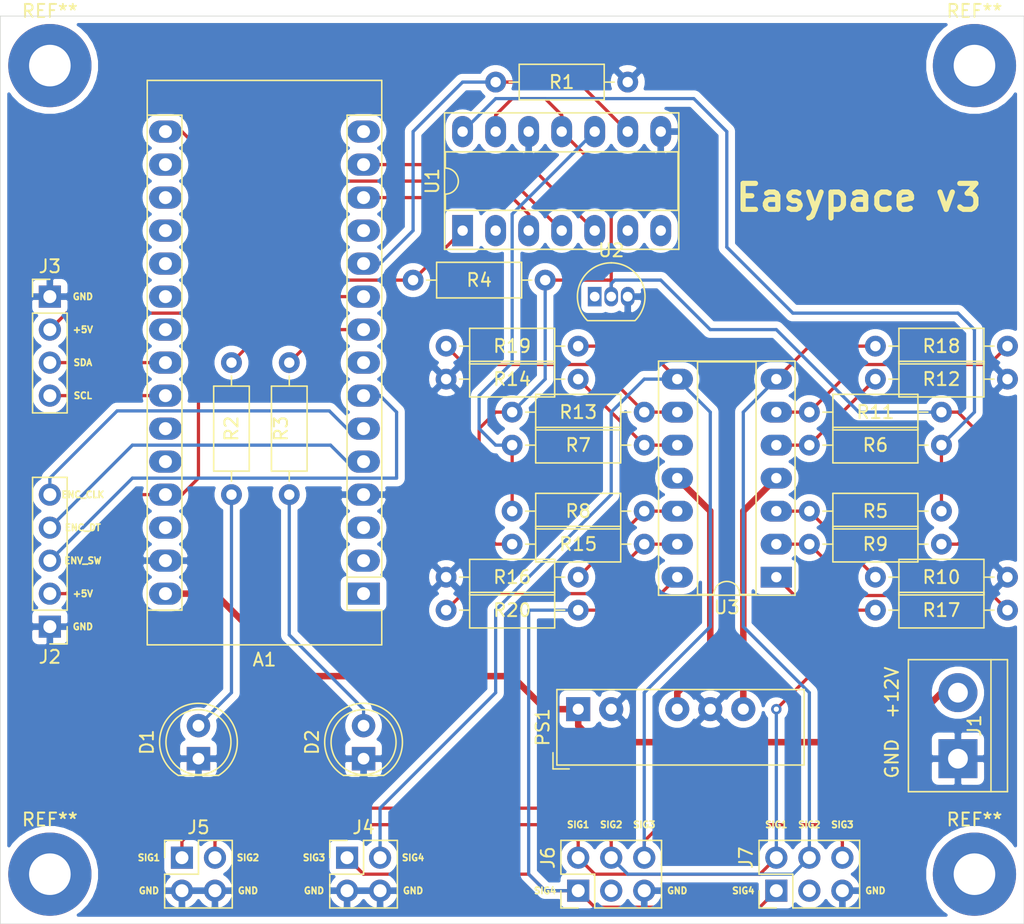
<source format=kicad_pcb>
(kicad_pcb (version 20171130) (host pcbnew "(5.1.7)-1")
  (layers (0 F.Cu signal) (31 B.Cu signal) (34 B.Paste user hide) (35 F.Paste user hide) (36 B.SilkS user hide) (37 F.SilkS user) (38 B.Mask user hide) (39 F.Mask user hide) (44 Edge.Cuts user))
  (net 0 "")
  (net 1 "Net-(A1-Pad1)")
  (net 2 "Net-(A1-Pad17)")
  (net 3 "Net-(A1-Pad2)")
  (net 4 "Net-(A1-Pad18)")
  (net 5 "Net-(A1-Pad3)")
  (net 6 "Net-(A1-Pad19)")
  (net 7 GND)
  (net 8 "Net-(A1-Pad20)")
  (net 9 /ENC_DT)
  (net 10 "Net-(A1-Pad21)")
  (net 11 /ENC_CLK)
  (net 12 "Net-(A1-Pad22)")
  (net 13 /ENC_SW)
  (net 14 /SDA)
  (net 15 "Net-(A1-Pad8)")
  (net 16 /SCL)
  (net 17 /LED2)
  (net 18 "Net-(A1-Pad25)")
  (net 19 /LED1)
  (net 20 "Net-(A1-Pad26)")
  (net 21 /SHDN)
  (net 22 +5V)
  (net 23 "Net-(A1-Pad12)")
  (net 24 "Net-(A1-Pad28)")
  (net 25 /CS)
  (net 26 /MOSI)
  (net 27 +12V)
  (net 28 "Net-(A1-Pad15)")
  (net 29 /CLK)
  (net 30 "Net-(D1-Pad2)")
  (net 31 "Net-(D2-Pad2)")
  (net 32 /SIG3)
  (net 33 /SIG4)
  (net 34 /SIG2)
  (net 35 /SIG1)
  (net 36 "Net-(J6-Pad3)")
  (net 37 "Net-(J7-Pad3)")
  (net 38 /-VCC)
  (net 39 /+VCC)
  (net 40 /VREF_2)
  (net 41 "Net-(R10-Pad2)")
  (net 42 /DAC1)
  (net 43 "Net-(R12-Pad2)")
  (net 44 /DAC2)
  (net 45 "Net-(R14-Pad2)")
  (net 46 "Net-(R16-Pad2)")
  (net 47 "Net-(R17-Pad2)")
  (net 48 "Net-(R11-Pad1)")
  (net 49 "Net-(R13-Pad1)")
  (net 50 "Net-(R15-Pad1)")
  (net 51 "Net-(U1-Pad2)")
  (net 52 "Net-(U1-Pad6)")
  (net 53 "Net-(U1-Pad7)")
  (module MountingHole:MountingHole_3.2mm_M3_Pad (layer F.Cu) (at 67.31 133.35)
    (fp_text reference REF** (at 0 -4.2) (layer F.SilkS))
    (fp_text value MountingHole_3.2mm_M3_Pad)
    (pad 1 thru_hole circle (at 0 0) (size 6.4 6.4) (drill 3.2) (layers *.Cu *.Mask))
  )
  (module MountingHole:MountingHole_3.2mm_M3_Pad (layer F.Cu) (at 138.43 133.35)
    (fp_text reference REF** (at 0 -4.2) (layer F.SilkS))
    (fp_text value MountingHole_3.2mm_M3_Pad)
    (pad 1 thru_hole circle (at 0 0) (size 6.4 6.4) (drill 3.2) (layers *.Cu *.Mask))
  )
  (module MountingHole:MountingHole_3.2mm_M3_Pad (layer F.Cu) (at 138.43 71.12)
    (fp_text reference REF** (at 0 -4.2) (layer F.SilkS))
    (fp_text value MountingHole_3.2mm_M3_Pad)
    (pad 1 thru_hole circle (at 0 0) (size 6.4 6.4) (drill 3.2) (layers *.Cu *.Mask))
  )
  (module MountingHole:MountingHole_3.2mm_M3_Pad (layer F.Cu) (at 67.31 71.12)
    (fp_text reference REF** (at 0 -4.2) (layer F.SilkS))
    (fp_text value MountingHole_3.2mm_M3_Pad)
    (pad 1 thru_hole circle (at 0 0) (size 6.4 6.4) (drill 3.2) (layers *.Cu *.Mask))
  )
  (module easypace_fps:Arduino_Nano (layer F.Cu) (at 91.44 111.76 180)
    (fp_text reference A1 (at 7.62 -5.08) (layer F.SilkS))
    (fp_text value Arduino_Nano_v3.x)
    (pad 1 thru_hole rect (at 0 0 180) (size 2.5 1.7) (drill 1) (layers *.Cu *.Mask) (net 1 "Net-(A1-Pad1)"))
    (pad 17 thru_hole oval (at 15.24 33.02 180) (size 2.5 1.7) (drill 1) (layers *.Cu *.Mask) (net 2 "Net-(A1-Pad17)"))
    (pad 2 thru_hole oval (at 0 2.54 180) (size 2.5 1.7) (drill 1) (layers *.Cu *.Mask) (net 3 "Net-(A1-Pad2)"))
    (pad 18 thru_hole oval (at 15.24 30.48 180) (size 2.5 1.7) (drill 1) (layers *.Cu *.Mask) (net 4 "Net-(A1-Pad18)"))
    (pad 3 thru_hole oval (at 0 5.08 180) (size 2.5 1.7) (drill 1) (layers *.Cu *.Mask) (net 5 "Net-(A1-Pad3)"))
    (pad 19 thru_hole oval (at 15.24 27.94 180) (size 2.5 1.7) (drill 1) (layers *.Cu *.Mask) (net 6 "Net-(A1-Pad19)"))
    (pad 4 thru_hole oval (at 0 7.62 180) (size 2.5 1.7) (drill 1) (layers *.Cu *.Mask) (net 7 GND))
    (pad 20 thru_hole oval (at 15.24 25.4 180) (size 2.5 1.7) (drill 1) (layers *.Cu *.Mask) (net 8 "Net-(A1-Pad20)"))
    (pad 5 thru_hole oval (at 0 10.16 180) (size 2.5 1.7) (drill 1) (layers *.Cu *.Mask) (net 9 /ENC_DT))
    (pad 21 thru_hole oval (at 15.24 22.86 180) (size 2.5 1.7) (drill 1) (layers *.Cu *.Mask) (net 10 "Net-(A1-Pad21)"))
    (pad 6 thru_hole oval (at 0 12.7 180) (size 2.5 1.7) (drill 1) (layers *.Cu *.Mask) (net 11 /ENC_CLK))
    (pad 22 thru_hole oval (at 15.24 20.32 180) (size 2.5 1.7) (drill 1) (layers *.Cu *.Mask) (net 12 "Net-(A1-Pad22)"))
    (pad 7 thru_hole oval (at 0 15.24 180) (size 2.5 1.7) (drill 1) (layers *.Cu *.Mask) (net 13 /ENC_SW))
    (pad 23 thru_hole oval (at 15.24 17.78 180) (size 2.5 1.7) (drill 1) (layers *.Cu *.Mask) (net 14 /SDA))
    (pad 8 thru_hole oval (at 0 17.78 180) (size 2.5 1.7) (drill 1) (layers *.Cu *.Mask) (net 15 "Net-(A1-Pad8)"))
    (pad 24 thru_hole oval (at 15.24 15.24 180) (size 2.5 1.7) (drill 1) (layers *.Cu *.Mask) (net 16 /SCL))
    (pad 9 thru_hole oval (at 0 20.32 180) (size 2.5 1.7) (drill 1) (layers *.Cu *.Mask) (net 17 /LED2))
    (pad 25 thru_hole oval (at 15.24 12.7 180) (size 2.5 1.7) (drill 1) (layers *.Cu *.Mask) (net 18 "Net-(A1-Pad25)"))
    (pad 10 thru_hole oval (at 0 22.86 180) (size 2.5 1.7) (drill 1) (layers *.Cu *.Mask) (net 19 /LED1))
    (pad 26 thru_hole oval (at 15.24 10.16 180) (size 2.5 1.7) (drill 1) (layers *.Cu *.Mask) (net 20 "Net-(A1-Pad26)"))
    (pad 11 thru_hole oval (at 0 25.4 180) (size 2.5 1.7) (drill 1) (layers *.Cu *.Mask) (net 21 /SHDN))
    (pad 27 thru_hole oval (at 15.24 7.62 180) (size 2.5 1.7) (drill 1) (layers *.Cu *.Mask) (net 22 +5V))
    (pad 12 thru_hole oval (at 0 27.94 180) (size 2.5 1.7) (drill 1) (layers *.Cu *.Mask) (net 23 "Net-(A1-Pad12)"))
    (pad 28 thru_hole oval (at 15.24 5.08 180) (size 2.5 1.7) (drill 1) (layers *.Cu *.Mask) (net 24 "Net-(A1-Pad28)"))
    (pad 13 thru_hole oval (at 0 30.48 180) (size 2.5 1.7) (drill 1) (layers *.Cu *.Mask) (net 25 /CS))
    (pad 29 thru_hole oval (at 15.24 2.54 180) (size 2.5 1.7) (drill 1) (layers *.Cu *.Mask) (net 7 GND))
    (pad 14 thru_hole oval (at 0 33.02 180) (size 2.5 1.7) (drill 1) (layers *.Cu *.Mask) (net 26 /MOSI))
    (pad 30 thru_hole oval (at 15.24 0 180) (size 2.5 1.7) (drill 1) (layers *.Cu *.Mask) (net 27 +12V))
    (pad 15 thru_hole oval (at 0 35.56 180) (size 2.5 1.7) (drill 1) (layers *.Cu *.Mask) (net 28 "Net-(A1-Pad15)"))
    (pad 16 thru_hole oval (at 15.24 35.56 180) (size 2.5 1.7) (drill 1) (layers *.Cu *.Mask) (net 29 /CLK))
  )
  (module LED_THT:LED_D5.0mm (layer F.Cu) (at 78.74 124.46 90)
    (fp_text reference D1 (at 1.27 -3.96 90) (layer F.SilkS))
    (fp_text value LED)
    (pad 2 thru_hole circle (at 2.54 0 90) (size 1.8 1.8) (drill 0.9) (layers *.Cu *.Mask) (net 30 "Net-(D1-Pad2)"))
    (pad 1 thru_hole rect (at 0 0 90) (size 1.8 1.8) (drill 0.9) (layers *.Cu *.Mask) (net 7 GND))
  )
  (module LED_THT:LED_D5.0mm (layer F.Cu) (at 91.44 124.46 90)
    (fp_text reference D2 (at 1.27 -3.96 90) (layer F.SilkS))
    (fp_text value LED)
    (pad 1 thru_hole rect (at 0 0 90) (size 1.8 1.8) (drill 0.9) (layers *.Cu *.Mask) (net 7 GND))
    (pad 2 thru_hole circle (at 2.54 0 90) (size 1.8 1.8) (drill 0.9) (layers *.Cu *.Mask) (net 31 "Net-(D2-Pad2)"))
  )
  (module TerminalBlock:TerminalBlock_bornier-2_P5.08mm (layer F.Cu) (at 137.16 124.46 90)
    (fp_text reference J1 (at 2.54 1.27 90) (layer F.SilkS))
    (fp_text value Conn_Vin)
    (pad 1 thru_hole rect (at 0 0 90) (size 3 3) (drill 1.52) (layers *.Cu *.Mask) (net 7 GND))
    (pad 2 thru_hole circle (at 5.08 0 90) (size 3 3) (drill 1.52) (layers *.Cu *.Mask) (net 27 +12V))
  )
  (module Connector_PinHeader_2.54mm:PinHeader_1x05_P2.54mm_Vertical (layer F.Cu) (at 67.31 114.3 180)
    (fp_text reference J2 (at 0 -2.33) (layer F.SilkS))
    (fp_text value Conn_Enc)
    (pad 1 thru_hole rect (at 0 0 180) (size 1.7 1.7) (drill 1) (layers *.Cu *.Mask) (net 7 GND))
    (pad 2 thru_hole oval (at 0 2.54 180) (size 1.7 1.7) (drill 1) (layers *.Cu *.Mask) (net 22 +5V))
    (pad 3 thru_hole oval (at 0 5.08 180) (size 1.7 1.7) (drill 1) (layers *.Cu *.Mask) (net 13 /ENC_SW))
    (pad 4 thru_hole oval (at 0 7.62 180) (size 1.7 1.7) (drill 1) (layers *.Cu *.Mask) (net 9 /ENC_DT))
    (pad 5 thru_hole oval (at 0 10.16 180) (size 1.7 1.7) (drill 1) (layers *.Cu *.Mask) (net 11 /ENC_CLK))
  )
  (module Connector_PinHeader_2.54mm:PinHeader_1x04_P2.54mm_Vertical (layer F.Cu) (at 67.31 88.9)
    (fp_text reference J3 (at 0 -2.33) (layer F.SilkS))
    (fp_text value Conn_Disp)
    (pad 1 thru_hole rect (at 0 0) (size 1.7 1.7) (drill 1) (layers *.Cu *.Mask) (net 7 GND))
    (pad 2 thru_hole oval (at 0 2.54) (size 1.7 1.7) (drill 1) (layers *.Cu *.Mask) (net 22 +5V))
    (pad 3 thru_hole oval (at 0 5.08) (size 1.7 1.7) (drill 1) (layers *.Cu *.Mask) (net 14 /SDA))
    (pad 4 thru_hole oval (at 0 7.62) (size 1.7 1.7) (drill 1) (layers *.Cu *.Mask) (net 16 /SCL))
  )
  (module Connector_PinHeader_2.54mm:PinHeader_2x02_P2.54mm_Vertical (layer F.Cu) (at 90.17 132.08)
    (fp_text reference J4 (at 1.27 -2.33) (layer F.SilkS))
    (fp_text value Conn_Sigout3)
    (pad 4 thru_hole oval (at 2.54 2.54) (size 1.7 1.7) (drill 1) (layers *.Cu *.Mask) (net 7 GND))
    (pad 3 thru_hole oval (at 0 2.54) (size 1.7 1.7) (drill 1) (layers *.Cu *.Mask) (net 7 GND))
    (pad 2 thru_hole oval (at 2.54 0) (size 1.7 1.7) (drill 1) (layers *.Cu *.Mask) (net 32 /SIG3))
    (pad 1 thru_hole rect (at 0 0) (size 1.7 1.7) (drill 1) (layers *.Cu *.Mask) (net 33 /SIG4))
  )
  (module Connector_PinHeader_2.54mm:PinHeader_2x02_P2.54mm_Vertical (layer F.Cu) (at 77.47 132.08)
    (fp_text reference J5 (at 1.27 -2.33) (layer F.SilkS))
    (fp_text value Conn_Sigout4)
    (pad 1 thru_hole rect (at 0 0) (size 1.7 1.7) (drill 1) (layers *.Cu *.Mask) (net 34 /SIG2))
    (pad 2 thru_hole oval (at 2.54 0) (size 1.7 1.7) (drill 1) (layers *.Cu *.Mask) (net 35 /SIG1))
    (pad 3 thru_hole oval (at 0 2.54) (size 1.7 1.7) (drill 1) (layers *.Cu *.Mask) (net 7 GND))
    (pad 4 thru_hole oval (at 2.54 2.54) (size 1.7 1.7) (drill 1) (layers *.Cu *.Mask) (net 7 GND))
  )
  (module Connector_PinHeader_2.54mm:PinHeader_2x03_P2.54mm_Vertical (layer F.Cu) (at 107.95 134.62 90)
    (fp_text reference J6 (at 2.54 -2.33 90) (layer F.SilkS))
    (fp_text value Conn_Sigout1)
    (pad 1 thru_hole rect (at 0 0 90) (size 1.7 1.7) (drill 1) (layers *.Cu *.Mask) (net 33 /SIG4))
    (pad 2 thru_hole oval (at 2.54 0 90) (size 1.7 1.7) (drill 1) (layers *.Cu *.Mask) (net 35 /SIG1))
    (pad 3 thru_hole oval (at 0 2.54 90) (size 1.7 1.7) (drill 1) (layers *.Cu *.Mask) (net 36 "Net-(J6-Pad3)"))
    (pad 4 thru_hole oval (at 2.54 2.54 90) (size 1.7 1.7) (drill 1) (layers *.Cu *.Mask) (net 34 /SIG2))
    (pad 5 thru_hole oval (at 0 5.08 90) (size 1.7 1.7) (drill 1) (layers *.Cu *.Mask) (net 7 GND))
    (pad 6 thru_hole oval (at 2.54 5.08 90) (size 1.7 1.7) (drill 1) (layers *.Cu *.Mask) (net 32 /SIG3))
  )
  (module Connector_PinHeader_2.54mm:PinHeader_2x03_P2.54mm_Vertical (layer F.Cu) (at 123.19 134.62 90)
    (fp_text reference J7 (at 2.54 -2.33 90) (layer F.SilkS))
    (fp_text value Conn_Sigout2)
    (pad 6 thru_hole oval (at 2.54 5.08 90) (size 1.7 1.7) (drill 1) (layers *.Cu *.Mask) (net 32 /SIG3))
    (pad 5 thru_hole oval (at 0 5.08 90) (size 1.7 1.7) (drill 1) (layers *.Cu *.Mask) (net 7 GND))
    (pad 4 thru_hole oval (at 2.54 2.54 90) (size 1.7 1.7) (drill 1) (layers *.Cu *.Mask) (net 34 /SIG2))
    (pad 3 thru_hole oval (at 0 2.54 90) (size 1.7 1.7) (drill 1) (layers *.Cu *.Mask) (net 37 "Net-(J7-Pad3)"))
    (pad 2 thru_hole oval (at 2.54 0 90) (size 1.7 1.7) (drill 1) (layers *.Cu *.Mask) (net 35 /SIG1))
    (pad 1 thru_hole rect (at 0 0 90) (size 1.7 1.7) (drill 1) (layers *.Cu *.Mask) (net 33 /SIG4))
  )
  (module Converter_DCDC:Converter_DCDC_XP_POWER-IAxxxxS_THT (layer F.Cu) (at 107.95 120.65 90)
    (fp_text reference PS1 (at -1.39 -2.73 90) (layer F.SilkS))
    (fp_text value SIM2-1215D)
    (pad 1 thru_hole rect (at 0 0 90) (size 1.85 1.85) (drill 0.85) (layers *.Cu *.Mask) (net 27 +12V))
    (pad 2 thru_hole circle (at 0 2.54 90) (size 1.85 1.85) (drill 0.85) (layers *.Cu *.Mask) (net 7 GND))
    (pad 4 thru_hole circle (at 0 7.62 90) (size 1.85 1.85) (drill 0.85) (layers *.Cu *.Mask) (net 38 /-VCC))
    (pad 5 thru_hole circle (at 0 10.16 90) (size 1.85 1.85) (drill 0.85) (layers *.Cu *.Mask) (net 7 GND))
    (pad 6 thru_hole circle (at 0 12.7 90) (size 1.85 1.85) (drill 0.85) (layers *.Cu *.Mask) (net 39 /+VCC))
  )
  (module Resistor_THT:R_Axial_DIN0207_L6.3mm_D2.5mm_P10.16mm_Horizontal (layer F.Cu) (at 111.76 72.39 180)
    (fp_text reference R1 (at 5.08 0) (layer F.SilkS))
    (fp_text value 10k)
    (pad 1 thru_hole circle (at 0 0 180) (size 1.6 1.6) (drill 0.8) (layers *.Cu *.Mask) (net 7 GND))
    (pad 2 thru_hole oval (at 10.16 0 180) (size 1.6 1.6) (drill 0.8) (layers *.Cu *.Mask) (net 21 /SHDN))
  )
  (module Resistor_THT:R_Axial_DIN0207_L6.3mm_D2.5mm_P10.16mm_Horizontal (layer F.Cu) (at 81.28 104.14 90)
    (fp_text reference R2 (at 5.08 0 90) (layer F.SilkS))
    (fp_text value 220)
    (pad 1 thru_hole circle (at 0 0 90) (size 1.6 1.6) (drill 0.8) (layers *.Cu *.Mask) (net 30 "Net-(D1-Pad2)"))
    (pad 2 thru_hole oval (at 10.16 0 90) (size 1.6 1.6) (drill 0.8) (layers *.Cu *.Mask) (net 19 /LED1))
  )
  (module Resistor_THT:R_Axial_DIN0207_L6.3mm_D2.5mm_P10.16mm_Horizontal (layer F.Cu) (at 85.725 104.14 90)
    (fp_text reference R3 (at 5.08 -0.635 90) (layer F.SilkS))
    (fp_text value 220)
    (pad 2 thru_hole oval (at 10.16 0 90) (size 1.6 1.6) (drill 0.8) (layers *.Cu *.Mask) (net 17 /LED2))
    (pad 1 thru_hole circle (at 0 0 90) (size 1.6 1.6) (drill 0.8) (layers *.Cu *.Mask) (net 31 "Net-(D2-Pad2)"))
  )
  (module Resistor_THT:R_Axial_DIN0207_L6.3mm_D2.5mm_P10.16mm_Horizontal (layer F.Cu) (at 105.41 87.63 180)
    (fp_text reference R4 (at 5.08 0) (layer F.SilkS))
    (fp_text value 1k)
    (pad 2 thru_hole oval (at 10.16 0 180) (size 1.6 1.6) (drill 0.8) (layers *.Cu *.Mask) (net 22 +5V))
    (pad 1 thru_hole circle (at 0 0 180) (size 1.6 1.6) (drill 0.8) (layers *.Cu *.Mask) (net 40 /VREF_2))
  )
  (module Resistor_THT:R_Axial_DIN0207_L6.3mm_D2.5mm_P10.16mm_Horizontal (layer F.Cu) (at 125.73 105.41)
    (fp_text reference R5 (at 5.08 0) (layer F.SilkS))
    (fp_text value 11k)
    (pad 1 thru_hole circle (at 0 0) (size 1.6 1.6) (drill 0.8) (layers *.Cu *.Mask) (net 41 "Net-(R10-Pad2)"))
    (pad 2 thru_hole oval (at 10.16 0) (size 1.6 1.6) (drill 0.8) (layers *.Cu *.Mask) (net 42 /DAC1))
  )
  (module Resistor_THT:R_Axial_DIN0207_L6.3mm_D2.5mm_P10.16mm_Horizontal (layer F.Cu) (at 125.73 100.33)
    (fp_text reference R6 (at 5.08 0) (layer F.SilkS))
    (fp_text value 11k)
    (pad 1 thru_hole circle (at 0 0) (size 1.6 1.6) (drill 0.8) (layers *.Cu *.Mask) (net 43 "Net-(R12-Pad2)"))
    (pad 2 thru_hole oval (at 10.16 0) (size 1.6 1.6) (drill 0.8) (layers *.Cu *.Mask) (net 42 /DAC1))
  )
  (module Resistor_THT:R_Axial_DIN0207_L6.3mm_D2.5mm_P10.16mm_Horizontal (layer F.Cu) (at 113.03 100.33 180)
    (fp_text reference R7 (at 5.08 0) (layer F.SilkS))
    (fp_text value 11k)
    (pad 2 thru_hole oval (at 10.16 0 180) (size 1.6 1.6) (drill 0.8) (layers *.Cu *.Mask) (net 44 /DAC2))
    (pad 1 thru_hole circle (at 0 0 180) (size 1.6 1.6) (drill 0.8) (layers *.Cu *.Mask) (net 45 "Net-(R14-Pad2)"))
  )
  (module Resistor_THT:R_Axial_DIN0207_L6.3mm_D2.5mm_P10.16mm_Horizontal (layer F.Cu) (at 113.03 105.41 180)
    (fp_text reference R8 (at 5.08 0) (layer F.SilkS))
    (fp_text value 11k)
    (pad 1 thru_hole circle (at 0 0 180) (size 1.6 1.6) (drill 0.8) (layers *.Cu *.Mask) (net 46 "Net-(R16-Pad2)"))
    (pad 2 thru_hole oval (at 10.16 0 180) (size 1.6 1.6) (drill 0.8) (layers *.Cu *.Mask) (net 44 /DAC2))
  )
  (module Resistor_THT:R_Axial_DIN0207_L6.3mm_D2.5mm_P10.16mm_Horizontal (layer F.Cu) (at 125.73 107.95)
    (fp_text reference R9 (at 5.08 0) (layer F.SilkS))
    (fp_text value 11k)
    (pad 1 thru_hole circle (at 0 0) (size 1.6 1.6) (drill 0.8) (layers *.Cu *.Mask) (net 47 "Net-(R17-Pad2)"))
    (pad 2 thru_hole oval (at 10.16 0) (size 1.6 1.6) (drill 0.8) (layers *.Cu *.Mask) (net 40 /VREF_2))
  )
  (module Resistor_THT:R_Axial_DIN0207_L6.3mm_D2.5mm_P10.16mm_Horizontal (layer F.Cu) (at 140.97 110.49 180)
    (fp_text reference R10 (at 5.08 0) (layer F.SilkS))
    (fp_text value 56k)
    (pad 2 thru_hole oval (at 10.16 0 180) (size 1.6 1.6) (drill 0.8) (layers *.Cu *.Mask) (net 41 "Net-(R10-Pad2)"))
    (pad 1 thru_hole circle (at 0 0 180) (size 1.6 1.6) (drill 0.8) (layers *.Cu *.Mask) (net 7 GND))
  )
  (module Resistor_THT:R_Axial_DIN0207_L6.3mm_D2.5mm_P10.16mm_Horizontal (layer F.Cu) (at 125.73 97.79)
    (fp_text reference R11 (at 5.08 0) (layer F.SilkS))
    (fp_text value 11k)
    (pad 2 thru_hole oval (at 10.16 0) (size 1.6 1.6) (drill 0.8) (layers *.Cu *.Mask) (net 40 /VREF_2))
    (pad 1 thru_hole circle (at 0 0) (size 1.6 1.6) (drill 0.8) (layers *.Cu *.Mask) (net 48 "Net-(R11-Pad1)"))
  )
  (module Resistor_THT:R_Axial_DIN0207_L6.3mm_D2.5mm_P10.16mm_Horizontal (layer F.Cu) (at 140.97 95.25 180)
    (fp_text reference R12 (at 5.08 0) (layer F.SilkS))
    (fp_text value 56k)
    (pad 2 thru_hole oval (at 10.16 0 180) (size 1.6 1.6) (drill 0.8) (layers *.Cu *.Mask) (net 43 "Net-(R12-Pad2)"))
    (pad 1 thru_hole circle (at 0 0 180) (size 1.6 1.6) (drill 0.8) (layers *.Cu *.Mask) (net 7 GND))
  )
  (module Resistor_THT:R_Axial_DIN0207_L6.3mm_D2.5mm_P10.16mm_Horizontal (layer F.Cu) (at 113.03 97.79 180)
    (fp_text reference R13 (at 5.08 0) (layer F.SilkS))
    (fp_text value 11k)
    (pad 1 thru_hole circle (at 0 0 180) (size 1.6 1.6) (drill 0.8) (layers *.Cu *.Mask) (net 49 "Net-(R13-Pad1)"))
    (pad 2 thru_hole oval (at 10.16 0 180) (size 1.6 1.6) (drill 0.8) (layers *.Cu *.Mask) (net 40 /VREF_2))
  )
  (module Resistor_THT:R_Axial_DIN0207_L6.3mm_D2.5mm_P10.16mm_Horizontal (layer F.Cu) (at 97.79 95.25)
    (fp_text reference R14 (at 5.08 0) (layer F.SilkS))
    (fp_text value 56k)
    (pad 1 thru_hole circle (at 0 0) (size 1.6 1.6) (drill 0.8) (layers *.Cu *.Mask) (net 7 GND))
    (pad 2 thru_hole oval (at 10.16 0) (size 1.6 1.6) (drill 0.8) (layers *.Cu *.Mask) (net 45 "Net-(R14-Pad2)"))
  )
  (module Resistor_THT:R_Axial_DIN0207_L6.3mm_D2.5mm_P10.16mm_Horizontal (layer F.Cu) (at 113.03 107.95 180)
    (fp_text reference R15 (at 5.08 0) (layer F.SilkS))
    (fp_text value 11k)
    (pad 2 thru_hole oval (at 10.16 0 180) (size 1.6 1.6) (drill 0.8) (layers *.Cu *.Mask) (net 40 /VREF_2))
    (pad 1 thru_hole circle (at 0 0 180) (size 1.6 1.6) (drill 0.8) (layers *.Cu *.Mask) (net 50 "Net-(R15-Pad1)"))
  )
  (module Resistor_THT:R_Axial_DIN0207_L6.3mm_D2.5mm_P10.16mm_Horizontal (layer F.Cu) (at 97.79 110.49)
    (fp_text reference R16 (at 5.08 0) (layer F.SilkS))
    (fp_text value 56k)
    (pad 2 thru_hole oval (at 10.16 0) (size 1.6 1.6) (drill 0.8) (layers *.Cu *.Mask) (net 46 "Net-(R16-Pad2)"))
    (pad 1 thru_hole circle (at 0 0) (size 1.6 1.6) (drill 0.8) (layers *.Cu *.Mask) (net 7 GND))
  )
  (module Resistor_THT:R_Axial_DIN0207_L6.3mm_D2.5mm_P10.16mm_Horizontal (layer F.Cu) (at 130.81 113.03)
    (fp_text reference R17 (at 5.08 0) (layer F.SilkS))
    (fp_text value 56k)
    (pad 2 thru_hole oval (at 10.16 0) (size 1.6 1.6) (drill 0.8) (layers *.Cu *.Mask) (net 47 "Net-(R17-Pad2)"))
    (pad 1 thru_hole circle (at 0 0) (size 1.6 1.6) (drill 0.8) (layers *.Cu *.Mask) (net 35 /SIG1))
  )
  (module Resistor_THT:R_Axial_DIN0207_L6.3mm_D2.5mm_P10.16mm_Horizontal (layer F.Cu) (at 130.81 92.71)
    (fp_text reference R18 (at 5.08 0) (layer F.SilkS))
    (fp_text value 56k)
    (pad 1 thru_hole circle (at 0 0) (size 1.6 1.6) (drill 0.8) (layers *.Cu *.Mask) (net 34 /SIG2))
    (pad 2 thru_hole oval (at 10.16 0) (size 1.6 1.6) (drill 0.8) (layers *.Cu *.Mask) (net 48 "Net-(R11-Pad1)"))
  )
  (module Resistor_THT:R_Axial_DIN0207_L6.3mm_D2.5mm_P10.16mm_Horizontal (layer F.Cu) (at 107.95 92.71 180)
    (fp_text reference R19 (at 5.08 0) (layer F.SilkS))
    (fp_text value 56k)
    (pad 1 thru_hole circle (at 0 0 180) (size 1.6 1.6) (drill 0.8) (layers *.Cu *.Mask) (net 32 /SIG3))
    (pad 2 thru_hole oval (at 10.16 0 180) (size 1.6 1.6) (drill 0.8) (layers *.Cu *.Mask) (net 49 "Net-(R13-Pad1)"))
  )
  (module Resistor_THT:R_Axial_DIN0207_L6.3mm_D2.5mm_P10.16mm_Horizontal (layer F.Cu) (at 107.95 113.03 180)
    (fp_text reference R20 (at 5.08 0) (layer F.SilkS))
    (fp_text value 56k)
    (pad 2 thru_hole oval (at 10.16 0 180) (size 1.6 1.6) (drill 0.8) (layers *.Cu *.Mask) (net 50 "Net-(R15-Pad1)"))
    (pad 1 thru_hole circle (at 0 0 180) (size 1.6 1.6) (drill 0.8) (layers *.Cu *.Mask) (net 33 /SIG4))
  )
  (module Package_DIP:DIP-14_W7.62mm_Socket_LongPads (layer F.Cu) (at 99.06 83.82 90)
    (fp_text reference U1 (at 3.81 -2.33 90) (layer F.SilkS))
    (fp_text value MCP4922)
    (pad 1 thru_hole rect (at 0 0 90) (size 2.4 1.6) (drill 0.8) (layers *.Cu *.Mask) (net 22 +5V))
    (pad 8 thru_hole oval (at 7.62 15.24 90) (size 2.4 1.6) (drill 0.8) (layers *.Cu *.Mask) (net 7 GND))
    (pad 2 thru_hole oval (at 0 2.54 90) (size 2.4 1.6) (drill 0.8) (layers *.Cu *.Mask) (net 51 "Net-(U1-Pad2)"))
    (pad 9 thru_hole oval (at 7.62 12.7 90) (size 2.4 1.6) (drill 0.8) (layers *.Cu *.Mask) (net 21 /SHDN))
    (pad 3 thru_hole oval (at 0 5.08 90) (size 2.4 1.6) (drill 0.8) (layers *.Cu *.Mask) (net 25 /CS))
    (pad 10 thru_hole oval (at 7.62 10.16 90) (size 2.4 1.6) (drill 0.8) (layers *.Cu *.Mask) (net 44 /DAC2))
    (pad 4 thru_hole oval (at 0 7.62 90) (size 2.4 1.6) (drill 0.8) (layers *.Cu *.Mask) (net 29 /CLK))
    (pad 11 thru_hole oval (at 7.62 7.62 90) (size 2.4 1.6) (drill 0.8) (layers *.Cu *.Mask) (net 40 /VREF_2))
    (pad 5 thru_hole oval (at 0 10.16 90) (size 2.4 1.6) (drill 0.8) (layers *.Cu *.Mask) (net 26 /MOSI))
    (pad 12 thru_hole oval (at 7.62 5.08 90) (size 2.4 1.6) (drill 0.8) (layers *.Cu *.Mask) (net 7 GND))
    (pad 6 thru_hole oval (at 0 12.7 90) (size 2.4 1.6) (drill 0.8) (layers *.Cu *.Mask) (net 52 "Net-(U1-Pad6)"))
    (pad 13 thru_hole oval (at 7.62 2.54 90) (size 2.4 1.6) (drill 0.8) (layers *.Cu *.Mask) (net 40 /VREF_2))
    (pad 7 thru_hole oval (at 0 15.24 90) (size 2.4 1.6) (drill 0.8) (layers *.Cu *.Mask) (net 53 "Net-(U1-Pad7)"))
    (pad 14 thru_hole oval (at 7.62 0 90) (size 2.4 1.6) (drill 0.8) (layers *.Cu *.Mask) (net 42 /DAC1))
  )
  (module Package_TO_SOT_THT:TO-92_Inline (layer F.Cu) (at 109.22 88.9)
    (fp_text reference U2 (at 1.27 -3.56) (layer F.SilkS))
    (fp_text value LM285Z-2.5)
    (pad 2 thru_hole oval (at 1.27 0) (size 1.05 1.5) (drill 0.75) (layers *.Cu *.Mask) (net 40 /VREF_2))
    (pad 3 thru_hole oval (at 2.54 0) (size 1.05 1.5) (drill 0.75) (layers *.Cu *.Mask) (net 7 GND))
    (pad 1 thru_hole rect (at 0 0) (size 1.05 1.5) (drill 0.75) (layers *.Cu *.Mask))
  )
  (module Package_DIP:DIP-14_W7.62mm_Socket_LongPads (layer F.Cu) (at 123.19 110.49 180)
    (fp_text reference U3 (at 3.81 -2.33) (layer F.SilkS))
    (fp_text value LM324)
    (pad 14 thru_hole oval (at 7.62 0 180) (size 2.4 1.6) (drill 0.8) (layers *.Cu *.Mask) (net 33 /SIG4))
    (pad 7 thru_hole oval (at 0 15.24 180) (size 2.4 1.6) (drill 0.8) (layers *.Cu *.Mask) (net 34 /SIG2))
    (pad 13 thru_hole oval (at 7.62 2.54 180) (size 2.4 1.6) (drill 0.8) (layers *.Cu *.Mask) (net 50 "Net-(R15-Pad1)"))
    (pad 6 thru_hole oval (at 0 12.7 180) (size 2.4 1.6) (drill 0.8) (layers *.Cu *.Mask) (net 48 "Net-(R11-Pad1)"))
    (pad 12 thru_hole oval (at 7.62 5.08 180) (size 2.4 1.6) (drill 0.8) (layers *.Cu *.Mask) (net 46 "Net-(R16-Pad2)"))
    (pad 5 thru_hole oval (at 0 10.16 180) (size 2.4 1.6) (drill 0.8) (layers *.Cu *.Mask) (net 43 "Net-(R12-Pad2)"))
    (pad 11 thru_hole oval (at 7.62 7.62 180) (size 2.4 1.6) (drill 0.8) (layers *.Cu *.Mask) (net 38 /-VCC))
    (pad 4 thru_hole oval (at 0 7.62 180) (size 2.4 1.6) (drill 0.8) (layers *.Cu *.Mask) (net 39 /+VCC))
    (pad 10 thru_hole oval (at 7.62 10.16 180) (size 2.4 1.6) (drill 0.8) (layers *.Cu *.Mask) (net 45 "Net-(R14-Pad2)"))
    (pad 3 thru_hole oval (at 0 5.08 180) (size 2.4 1.6) (drill 0.8) (layers *.Cu *.Mask) (net 41 "Net-(R10-Pad2)"))
    (pad 9 thru_hole oval (at 7.62 12.7 180) (size 2.4 1.6) (drill 0.8) (layers *.Cu *.Mask) (net 49 "Net-(R13-Pad1)"))
    (pad 2 thru_hole oval (at 0 2.54 180) (size 2.4 1.6) (drill 0.8) (layers *.Cu *.Mask) (net 47 "Net-(R17-Pad2)"))
    (pad 8 thru_hole oval (at 7.62 15.24 180) (size 2.4 1.6) (drill 0.8) (layers *.Cu *.Mask) (net 32 /SIG3))
    (pad 1 thru_hole rect (at 0 0 180) (size 2.4 1.6) (drill 0.8) (layers *.Cu *.Mask) (net 35 /SIG1))
  )
  (gr_text SIG4 (at 95.25 132.08) (layer F.SilkS) (effects (font (size 0.5 0.5) (thickness 0.125))))
  (gr_text SIG3 (at 87.63 132.08) (layer F.SilkS) (effects (font (size 0.5 0.5) (thickness 0.125))))
  (gr_text SIG2 (at 82.55 132.08) (layer F.SilkS) (effects (font (size 0.5 0.5) (thickness 0.125))))
  (gr_text SIG1 (at 74.93 132.08) (layer F.SilkS) (effects (font (size 0.5 0.5) (thickness 0.125))))
  (gr_text GND (at 74.93 134.62) (layer F.SilkS) (effects (font (size 0.5 0.5) (thickness 0.125))))
  (gr_text GND (at 82.55 134.62) (layer F.SilkS) (effects (font (size 0.5 0.5) (thickness 0.125))))
  (gr_text GND (at 87.63 134.62) (layer F.SilkS) (effects (font (size 0.5 0.5) (thickness 0.125))))
  (gr_text GND (at 95.25 134.62) (layer F.SilkS) (effects (font (size 0.5 0.5) (thickness 0.125))))
  (gr_text SIG4 (at 120.65 134.62) (layer F.SilkS) (effects (font (size 0.5 0.5) (thickness 0.125))))
  (gr_text SIG3 (at 128.27 129.54) (layer F.SilkS) (effects (font (size 0.5 0.5) (thickness 0.125))))
  (gr_text SIG2 (at 125.73 129.54) (layer F.SilkS) (effects (font (size 0.5 0.5) (thickness 0.125))))
  (gr_text SIG1 (at 123.19 129.54) (layer F.SilkS) (effects (font (size 0.5 0.5) (thickness 0.125))))
  (gr_text SIG4 (at 105.41 134.62) (layer F.SilkS) (effects (font (size 0.5 0.5) (thickness 0.125))))
  (gr_text SIG3 (at 113.03 129.54) (layer F.SilkS) (effects (font (size 0.5 0.5) (thickness 0.125))))
  (gr_text SIG2 (at 110.49 129.54) (layer F.SilkS) (effects (font (size 0.5 0.5) (thickness 0.125))))
  (gr_text SIG1 (at 107.95 129.54) (layer F.SilkS) (effects (font (size 0.5 0.5) (thickness 0.125))))
  (gr_text GND (at 130.81 134.62) (layer F.SilkS) (effects (font (size 0.5 0.5) (thickness 0.125))))
  (gr_text GND (at 115.57 134.62) (layer F.SilkS) (effects (font (size 0.5 0.5) (thickness 0.125))))
  (gr_text GND (at 69.85 88.9) (layer F.SilkS) (effects (font (size 0.5 0.5) (thickness 0.125))))
  (gr_text +5V (at 69.85 91.44) (layer F.SilkS) (effects (font (size 0.5 0.5) (thickness 0.125))))
  (gr_text SDA (at 69.85 93.98) (layer F.SilkS) (effects (font (size 0.5 0.5) (thickness 0.125))))
  (gr_text SCL (at 69.85 96.52) (layer F.SilkS) (effects (font (size 0.5 0.5) (thickness 0.125))))
  (gr_text ENC_CLK (at 69.85 104.14) (layer F.SilkS) (effects (font (size 0.5 0.5) (thickness 0.125))))
  (gr_text ENC_DT (at 69.85 106.68) (layer F.SilkS) (effects (font (size 0.5 0.5) (thickness 0.125))))
  (gr_text ENV_SW (at 69.85 109.22) (layer F.SilkS) (effects (font (size 0.5 0.5) (thickness 0.125))))
  (gr_text +5V (at 69.85 111.76) (layer F.SilkS) (effects (font (size 0.5 0.5) (thickness 0.125))))
  (gr_text GND (at 69.85 114.3) (layer F.SilkS) (effects (font (size 0.5 0.5) (thickness 0.125))))
  (gr_text +12V (at 132.08 119.38 90) (layer F.SilkS) (effects (font (size 1 1))))
  (gr_text GND (at 132.08 124.46 90) (layer F.SilkS) (effects (font (size 1 1))))
  (gr_text "Easypace v3" (at 129.54 81.28) (layer F.SilkS) (effects (font (size 2 2) (thickness 0.4))))
  (gr_line (start 63.5 137.16) (end 63.5 67.31) (layer Edge.Cuts) (width 0.05))
  (gr_line (start 142.24 137.16) (end 63.5 137.16) (layer Edge.Cuts) (width 0.05))
  (gr_line (start 142.24 67.31) (end 142.24 137.16) (layer Edge.Cuts) (width 0.05))
  (gr_line (start 63.5 67.31) (end 142.24 67.31) (layer Edge.Cuts) (width 0.05))
  (segment (start 67.31 106.68) (end 73.66 100.33) (width 0.25) (layer B.Cu) (net 9))
  (segment (start 73.66 100.33) (end 88.9 100.33) (width 0.25) (layer B.Cu) (net 9))
  (segment (start 90.17 101.6) (end 91.44 101.6) (width 0.25) (layer B.Cu) (net 9))
  (segment (start 88.9 100.33) (end 90.17 101.6) (width 0.25) (layer B.Cu) (net 9))
  (segment (start 67.31 104.14) (end 67.31 102.87) (width 0.25) (layer B.Cu) (net 11))
  (segment (start 72.48499 97.69501) (end 88.80501 97.69501) (width 0.25) (layer B.Cu) (net 11))
  (segment (start 67.31 102.87) (end 72.48499 97.69501) (width 0.25) (layer B.Cu) (net 11))
  (segment (start 90.17 99.06) (end 91.44 99.06) (width 0.25) (layer B.Cu) (net 11))
  (segment (start 88.80501 97.69501) (end 90.17 99.06) (width 0.25) (layer B.Cu) (net 11))
  (segment (start 67.31 109.22) (end 73.66 102.87) (width 0.25) (layer B.Cu) (net 13))
  (segment (start 73.66 102.87) (end 93.98 102.87) (width 0.25) (layer B.Cu) (net 13))
  (segment (start 93.98 102.87) (end 93.98 97.79) (width 0.25) (layer B.Cu) (net 13))
  (segment (start 93.98 97.79) (end 92.71 96.52) (width 0.25) (layer B.Cu) (net 13))
  (segment (start 92.71 96.52) (end 91.44 96.52) (width 0.25) (layer B.Cu) (net 13))
  (segment (start 67.31 93.98) (end 76.2 93.98) (width 0.25) (layer F.Cu) (net 14))
  (segment (start 67.31 96.52) (end 76.2 96.52) (width 0.25) (layer F.Cu) (net 16))
  (segment (start 85.725 93.98) (end 88.265 91.44) (width 0.25) (layer F.Cu) (net 17))
  (segment (start 88.265 91.44) (end 91.44 91.44) (width 0.25) (layer F.Cu) (net 17))
  (segment (start 86.36 88.9) (end 91.44 88.9) (width 0.25) (layer F.Cu) (net 19))
  (segment (start 81.28 93.98) (end 86.36 88.9) (width 0.25) (layer F.Cu) (net 19))
  (segment (start 107.95 72.39) (end 111.76 76.2) (width 0.25) (layer F.Cu) (net 21))
  (segment (start 101.6 72.39) (end 107.95 72.39) (width 0.25) (layer F.Cu) (net 21))
  (segment (start 91.44 86.36) (end 92.71 86.36) (width 0.25) (layer B.Cu) (net 21))
  (segment (start 92.71 86.36) (end 95.25 83.82) (width 0.25) (layer B.Cu) (net 21))
  (segment (start 95.25 83.82) (end 95.25 76.2) (width 0.25) (layer B.Cu) (net 21))
  (segment (start 99.06 72.39) (end 101.6 72.39) (width 0.25) (layer B.Cu) (net 21))
  (segment (start 95.25 76.2) (end 99.06 72.39) (width 0.25) (layer B.Cu) (net 21))
  (segment (start 68.58 90.17) (end 67.31 91.44) (width 0.25) (layer F.Cu) (net 22))
  (segment (start 78.74 90.17) (end 68.58 90.17) (width 0.25) (layer F.Cu) (net 22))
  (segment (start 78.74 87.63) (end 78.74 90.17) (width 0.25) (layer F.Cu) (net 22))
  (segment (start 95.25 87.63) (end 78.74 87.63) (width 0.25) (layer F.Cu) (net 22))
  (segment (start 77.47 104.14) (end 76.2 104.14) (width 0.25) (layer F.Cu) (net 22))
  (segment (start 78.74 102.87) (end 77.47 104.14) (width 0.25) (layer F.Cu) (net 22))
  (segment (start 78.74 90.17) (end 78.74 102.87) (width 0.25) (layer F.Cu) (net 22))
  (segment (start 69.85 110.49) (end 68.58 111.76) (width 0.25) (layer F.Cu) (net 22))
  (segment (start 68.58 111.76) (end 67.31 111.76) (width 0.25) (layer F.Cu) (net 22))
  (segment (start 69.85 107.95) (end 69.85 110.49) (width 0.25) (layer F.Cu) (net 22))
  (segment (start 73.66 104.14) (end 69.85 107.95) (width 0.25) (layer F.Cu) (net 22))
  (segment (start 76.2 104.14) (end 73.66 104.14) (width 0.25) (layer F.Cu) (net 22))
  (segment (start 95.25 87.63) (end 99.06 83.82) (width 0.25) (layer F.Cu) (net 22))
  (segment (start 104.14 82.55) (end 104.14 83.82) (width 0.25) (layer F.Cu) (net 25))
  (segment (start 102.87 81.28) (end 104.14 82.55) (width 0.25) (layer F.Cu) (net 25))
  (segment (start 91.44 81.28) (end 102.87 81.28) (width 0.25) (layer F.Cu) (net 25))
  (segment (start 104.14 78.74) (end 109.22 83.82) (width 0.25) (layer F.Cu) (net 26))
  (segment (start 91.44 78.74) (end 104.14 78.74) (width 0.25) (layer F.Cu) (net 26))
  (segment (start 76.2 111.76) (end 80.01 111.76) (width 0.5) (layer F.Cu) (net 27))
  (segment (start 80.01 111.76) (end 86.36 118.11) (width 0.5) (layer F.Cu) (net 27))
  (segment (start 86.36 118.11) (end 102.87 118.11) (width 0.5) (layer F.Cu) (net 27))
  (segment (start 105.41 120.65) (end 107.95 120.65) (width 0.5) (layer F.Cu) (net 27))
  (segment (start 102.87 118.11) (end 105.41 120.65) (width 0.5) (layer F.Cu) (net 27))
  (segment (start 132.08 123.19) (end 135.89 119.38) (width 0.5) (layer F.Cu) (net 27))
  (segment (start 135.89 119.38) (end 137.16 119.38) (width 0.5) (layer F.Cu) (net 27))
  (segment (start 109.22 123.19) (end 132.08 123.19) (width 0.5) (layer F.Cu) (net 27))
  (segment (start 107.95 120.65) (end 107.95 121.92) (width 0.5) (layer F.Cu) (net 27))
  (segment (start 109.22 123.19) (end 107.95 121.92) (width 0.5) (layer F.Cu) (net 27))
  (segment (start 76.2 76.2) (end 77.47 76.2) (width 0.25) (layer F.Cu) (net 29))
  (segment (start 77.47 76.2) (end 81.28 80.01) (width 0.25) (layer F.Cu) (net 29))
  (segment (start 102.87 80.01) (end 106.68 83.82) (width 0.25) (layer F.Cu) (net 29))
  (segment (start 81.28 80.01) (end 102.87 80.01) (width 0.25) (layer F.Cu) (net 29))
  (segment (start 81.28 119.38) (end 78.74 121.92) (width 0.25) (layer B.Cu) (net 30))
  (segment (start 81.28 104.14) (end 81.28 119.38) (width 0.25) (layer B.Cu) (net 30))
  (segment (start 85.725 104.14) (end 85.725 114.935) (width 0.25) (layer B.Cu) (net 31))
  (segment (start 91.44 120.65) (end 91.44 121.92) (width 0.25) (layer B.Cu) (net 31))
  (segment (start 85.725 114.935) (end 91.44 120.65) (width 0.25) (layer B.Cu) (net 31))
  (segment (start 115.57 95.25) (end 113.03 92.71) (width 0.25) (layer F.Cu) (net 32))
  (segment (start 113.03 92.71) (end 107.95 92.71) (width 0.25) (layer F.Cu) (net 32))
  (segment (start 115.57 95.25) (end 118.11 97.79) (width 0.25) (layer B.Cu) (net 32))
  (segment (start 118.11 97.79) (end 118.11 114.3) (width 0.25) (layer B.Cu) (net 32))
  (segment (start 113.03 119.38) (end 113.03 132.08) (width 0.25) (layer B.Cu) (net 32))
  (segment (start 118.11 114.3) (end 113.03 119.38) (width 0.25) (layer B.Cu) (net 32))
  (segment (start 113.03 132.08) (end 113.03 130.81) (width 0.25) (layer F.Cu) (net 32))
  (segment (start 113.03 130.81) (end 114.3 129.54) (width 0.25) (layer F.Cu) (net 32))
  (segment (start 114.3 129.54) (end 127 129.54) (width 0.25) (layer F.Cu) (net 32))
  (segment (start 127 129.54) (end 128.27 130.81) (width 0.25) (layer F.Cu) (net 32))
  (segment (start 128.27 130.81) (end 128.27 132.08) (width 0.25) (layer F.Cu) (net 32))
  (segment (start 113.03 95.25) (end 115.57 95.25) (width 0.25) (layer B.Cu) (net 32))
  (segment (start 110.49 97.79) (end 113.03 95.25) (width 0.25) (layer B.Cu) (net 32))
  (segment (start 110.49 104.14) (end 110.49 97.79) (width 0.25) (layer B.Cu) (net 32))
  (segment (start 101.6 113.03) (end 110.49 104.14) (width 0.25) (layer B.Cu) (net 32))
  (segment (start 101.6 119.38) (end 101.6 113.03) (width 0.25) (layer B.Cu) (net 32))
  (segment (start 92.71 128.27) (end 101.6 119.38) (width 0.25) (layer B.Cu) (net 32))
  (segment (start 92.71 132.08) (end 92.71 128.27) (width 0.25) (layer B.Cu) (net 32))
  (segment (start 113.03 113.03) (end 115.57 110.49) (width 0.25) (layer F.Cu) (net 33))
  (segment (start 107.95 113.03) (end 113.03 113.03) (width 0.25) (layer F.Cu) (net 33))
  (segment (start 107.95 113.03) (end 104.14 113.03) (width 0.25) (layer B.Cu) (net 33))
  (segment (start 104.14 113.03) (end 104.14 133.35) (width 0.25) (layer B.Cu) (net 33))
  (segment (start 105.41 134.62) (end 107.95 134.62) (width 0.25) (layer B.Cu) (net 33))
  (segment (start 104.14 133.35) (end 105.41 134.62) (width 0.25) (layer B.Cu) (net 33))
  (segment (start 107.95 134.62) (end 109.22 135.89) (width 0.25) (layer F.Cu) (net 33))
  (segment (start 121.92 135.89) (end 123.19 134.62) (width 0.25) (layer F.Cu) (net 33))
  (segment (start 109.22 135.89) (end 121.92 135.89) (width 0.25) (layer F.Cu) (net 33))
  (segment (start 90.17 132.08) (end 91.44 133.35) (width 0.25) (layer F.Cu) (net 33))
  (segment (start 91.44 133.35) (end 104.14 133.35) (width 0.25) (layer F.Cu) (net 33))
  (segment (start 105.41 134.62) (end 107.95 134.62) (width 0.25) (layer F.Cu) (net 33))
  (segment (start 104.14 133.35) (end 105.41 134.62) (width 0.25) (layer F.Cu) (net 33))
  (segment (start 123.19 95.25) (end 125.73 92.71) (width 0.25) (layer F.Cu) (net 34))
  (segment (start 125.73 92.71) (end 130.81 92.71) (width 0.25) (layer F.Cu) (net 34))
  (segment (start 123.19 95.25) (end 120.65 97.79) (width 0.25) (layer B.Cu) (net 34))
  (segment (start 120.65 97.79) (end 120.65 114.3) (width 0.25) (layer B.Cu) (net 34))
  (segment (start 125.73 119.38) (end 125.73 132.08) (width 0.25) (layer B.Cu) (net 34))
  (segment (start 120.65 114.3) (end 125.73 119.38) (width 0.25) (layer B.Cu) (net 34))
  (segment (start 111.76 133.35) (end 110.49 132.08) (width 0.25) (layer B.Cu) (net 34))
  (segment (start 124.46 133.35) (end 111.76 133.35) (width 0.25) (layer B.Cu) (net 34))
  (segment (start 125.73 132.08) (end 124.46 133.35) (width 0.25) (layer B.Cu) (net 34))
  (segment (start 77.47 132.08) (end 77.47 130.81) (width 0.25) (layer F.Cu) (net 34))
  (segment (start 77.47 130.81) (end 80.01 128.27) (width 0.25) (layer F.Cu) (net 34))
  (segment (start 80.01 128.27) (end 107.95 128.27) (width 0.25) (layer F.Cu) (net 34))
  (segment (start 110.49 130.81) (end 110.49 132.08) (width 0.25) (layer F.Cu) (net 34))
  (segment (start 107.95 128.27) (end 110.49 130.81) (width 0.25) (layer F.Cu) (net 34))
  (segment (start 123.19 110.49) (end 125.73 113.03) (width 0.25) (layer F.Cu) (net 35))
  (segment (start 125.73 113.03) (end 130.81 113.03) (width 0.25) (layer F.Cu) (net 35))
  (segment (start 107.95 132.08) (end 109.22 133.35) (width 0.25) (layer F.Cu) (net 35))
  (segment (start 121.92 133.35) (end 123.19 132.08) (width 0.25) (layer F.Cu) (net 35))
  (segment (start 109.22 133.35) (end 121.92 133.35) (width 0.25) (layer F.Cu) (net 35))
  (segment (start 125.73 113.03) (end 125.73 118.11) (width 0.25) (layer F.Cu) (net 35))
  (segment (start 125.73 118.11) (end 123.19 120.65) (width 0.25) (layer F.Cu) (net 35))
  (via (at 123.19 120.65) (size 0.8) (drill 0.4) (layers F.Cu B.Cu) (net 35))
  (segment (start 123.19 120.65) (end 123.19 132.08) (width 0.25) (layer B.Cu) (net 35))
  (segment (start 80.01 132.08) (end 80.01 130.81) (width 0.25) (layer F.Cu) (net 35))
  (segment (start 80.01 130.81) (end 81.28 129.54) (width 0.25) (layer F.Cu) (net 35))
  (segment (start 81.28 129.54) (end 106.68 129.54) (width 0.25) (layer F.Cu) (net 35))
  (segment (start 106.68 129.54) (end 107.95 130.81) (width 0.25) (layer F.Cu) (net 35))
  (segment (start 107.95 130.81) (end 107.95 132.08) (width 0.25) (layer F.Cu) (net 35))
  (segment (start 115.57 119.38) (end 115.57 120.65) (width 0.5) (layer F.Cu) (net 38))
  (segment (start 118.11 116.84) (end 115.57 119.38) (width 0.5) (layer F.Cu) (net 38))
  (segment (start 118.11 105.41) (end 118.11 116.84) (width 0.5) (layer F.Cu) (net 38))
  (segment (start 115.57 102.87) (end 118.11 105.41) (width 0.5) (layer F.Cu) (net 38))
  (segment (start 120.65 105.41) (end 123.19 102.87) (width 0.5) (layer F.Cu) (net 39))
  (segment (start 120.65 120.65) (end 120.65 105.41) (width 0.5) (layer F.Cu) (net 39))
  (segment (start 102.87 107.95) (end 101.6 107.95) (width 0.25) (layer F.Cu) (net 40))
  (segment (start 101.6 107.95) (end 100.33 106.68) (width 0.25) (layer F.Cu) (net 40))
  (segment (start 100.33 106.68) (end 100.33 99.06) (width 0.25) (layer F.Cu) (net 40))
  (segment (start 100.33 99.06) (end 101.6 97.79) (width 0.25) (layer F.Cu) (net 40))
  (segment (start 101.6 97.79) (end 102.87 97.79) (width 0.25) (layer F.Cu) (net 40))
  (segment (start 135.89 97.79) (end 137.16 97.79) (width 0.25) (layer F.Cu) (net 40))
  (segment (start 137.16 97.79) (end 138.43 99.06) (width 0.25) (layer F.Cu) (net 40))
  (segment (start 138.43 99.06) (end 138.43 106.68) (width 0.25) (layer F.Cu) (net 40))
  (segment (start 137.16 107.95) (end 135.89 107.95) (width 0.25) (layer F.Cu) (net 40))
  (segment (start 138.43 106.68) (end 137.16 107.95) (width 0.25) (layer F.Cu) (net 40))
  (segment (start 101.6 76.2) (end 101.6 74.93) (width 0.25) (layer F.Cu) (net 40))
  (segment (start 101.6 74.93) (end 102.87 73.66) (width 0.25) (layer F.Cu) (net 40))
  (segment (start 102.87 73.66) (end 105.41 73.66) (width 0.25) (layer F.Cu) (net 40))
  (segment (start 106.68 74.93) (end 106.68 76.2) (width 0.25) (layer F.Cu) (net 40))
  (segment (start 105.41 73.66) (end 106.68 74.93) (width 0.25) (layer F.Cu) (net 40))
  (segment (start 106.68 76.2) (end 110.49 80.01) (width 0.25) (layer F.Cu) (net 40))
  (segment (start 110.22 87.63) (end 110.49 87.63) (width 0.25) (layer F.Cu) (net 40))
  (segment (start 105.41 87.63) (end 110.22 87.63) (width 0.25) (layer F.Cu) (net 40))
  (segment (start 110.49 87.63) (end 110.49 88.9) (width 0.25) (layer F.Cu) (net 40))
  (segment (start 110.49 80.01) (end 110.49 87.63) (width 0.25) (layer F.Cu) (net 40))
  (segment (start 110.49 87.9) (end 110.76 87.63) (width 0.25) (layer B.Cu) (net 40))
  (segment (start 110.49 88.9) (end 110.49 87.9) (width 0.25) (layer B.Cu) (net 40))
  (segment (start 129.54 97.79) (end 135.89 97.79) (width 0.25) (layer B.Cu) (net 40))
  (segment (start 114.3 87.63) (end 118.11 91.44) (width 0.25) (layer B.Cu) (net 40))
  (segment (start 110.76 87.63) (end 114.3 87.63) (width 0.25) (layer B.Cu) (net 40))
  (segment (start 118.11 91.44) (end 123.19 91.44) (width 0.25) (layer B.Cu) (net 40))
  (segment (start 123.19 91.44) (end 129.54 97.79) (width 0.25) (layer B.Cu) (net 40))
  (segment (start 105.41 95.25) (end 102.87 97.79) (width 0.25) (layer B.Cu) (net 40))
  (segment (start 105.41 87.63) (end 105.41 95.25) (width 0.25) (layer B.Cu) (net 40))
  (segment (start 123.19 105.41) (end 125.73 105.41) (width 0.25) (layer F.Cu) (net 41))
  (segment (start 125.73 105.41) (end 130.81 110.49) (width 0.25) (layer F.Cu) (net 41))
  (segment (start 135.89 100.33) (end 135.89 105.41) (width 0.25) (layer F.Cu) (net 42))
  (segment (start 99.06 76.2) (end 101.6 73.66) (width 0.25) (layer B.Cu) (net 42))
  (segment (start 101.6 73.66) (end 116.84 73.66) (width 0.25) (layer B.Cu) (net 42))
  (segment (start 116.84 73.66) (end 119.38 76.2) (width 0.25) (layer B.Cu) (net 42))
  (segment (start 119.38 76.2) (end 119.38 85.09) (width 0.25) (layer B.Cu) (net 42))
  (segment (start 119.38 85.09) (end 124.46 90.17) (width 0.25) (layer B.Cu) (net 42))
  (segment (start 137.16 90.17) (end 138.43 91.44) (width 0.25) (layer B.Cu) (net 42))
  (segment (start 124.46 90.17) (end 137.16 90.17) (width 0.25) (layer B.Cu) (net 42))
  (segment (start 138.43 91.44) (end 138.43 97.79) (width 0.25) (layer B.Cu) (net 42))
  (segment (start 138.43 97.79) (end 135.89 100.33) (width 0.25) (layer B.Cu) (net 42))
  (segment (start 123.19 100.33) (end 125.73 100.33) (width 0.25) (layer F.Cu) (net 43))
  (segment (start 125.73 100.33) (end 130.81 95.25) (width 0.25) (layer F.Cu) (net 43))
  (segment (start 102.87 105.41) (end 102.87 100.33) (width 0.25) (layer F.Cu) (net 44))
  (segment (start 101.6 100.33) (end 102.87 100.33) (width 0.25) (layer B.Cu) (net 44))
  (segment (start 100.33 96.52) (end 100.33 99.06) (width 0.25) (layer B.Cu) (net 44))
  (segment (start 100.33 99.06) (end 101.6 100.33) (width 0.25) (layer B.Cu) (net 44))
  (segment (start 102.87 93.98) (end 100.33 96.52) (width 0.25) (layer B.Cu) (net 44))
  (segment (start 102.87 82.55) (end 102.87 93.98) (width 0.25) (layer B.Cu) (net 44))
  (segment (start 109.22 76.2) (end 102.87 82.55) (width 0.25) (layer B.Cu) (net 44))
  (segment (start 113.03 100.33) (end 115.57 100.33) (width 0.25) (layer F.Cu) (net 45))
  (segment (start 107.95 95.25) (end 113.03 100.33) (width 0.25) (layer F.Cu) (net 45))
  (segment (start 115.57 105.41) (end 113.03 105.41) (width 0.25) (layer F.Cu) (net 46))
  (segment (start 113.03 105.41) (end 107.95 110.49) (width 0.25) (layer F.Cu) (net 46))
  (segment (start 123.19 107.95) (end 125.73 107.95) (width 0.25) (layer F.Cu) (net 47))
  (segment (start 139.844999 111.904999) (end 140.97 113.03) (width 0.25) (layer F.Cu) (net 47))
  (segment (start 129.684999 111.904999) (end 139.844999 111.904999) (width 0.25) (layer F.Cu) (net 47))
  (segment (start 125.73 107.95) (end 129.684999 111.904999) (width 0.25) (layer F.Cu) (net 47))
  (segment (start 123.19 97.79) (end 125.73 97.79) (width 0.25) (layer F.Cu) (net 48))
  (segment (start 129.395001 94.124999) (end 125.73 97.79) (width 0.25) (layer F.Cu) (net 48))
  (segment (start 139.555001 94.124999) (end 129.395001 94.124999) (width 0.25) (layer F.Cu) (net 48))
  (segment (start 140.97 92.71) (end 139.555001 94.124999) (width 0.25) (layer F.Cu) (net 48))
  (segment (start 113.03 97.79) (end 115.57 97.79) (width 0.25) (layer F.Cu) (net 49))
  (segment (start 109.364999 94.124999) (end 113.03 97.79) (width 0.25) (layer F.Cu) (net 49))
  (segment (start 99.204999 94.124999) (end 109.364999 94.124999) (width 0.25) (layer F.Cu) (net 49))
  (segment (start 97.79 92.71) (end 99.204999 94.124999) (width 0.25) (layer F.Cu) (net 49))
  (segment (start 113.03 107.95) (end 115.57 107.95) (width 0.25) (layer F.Cu) (net 50))
  (segment (start 97.79 113.03) (end 99.06 111.76) (width 0.25) (layer F.Cu) (net 50))
  (segment (start 99.06 111.76) (end 109.22 111.76) (width 0.25) (layer F.Cu) (net 50))
  (segment (start 109.22 111.76) (end 113.03 107.95) (width 0.25) (layer F.Cu) (net 50))
  (zone (net 7) (net_name GND) (layer B.Cu) (connect_pads (clearance 0.508)) (min_thickness 0.254) (fill yes (arc_segments 32) (thermal_gap 0.508) (thermal_bridge_width 0.508))
    (polygon (pts (xy 142.24 137.16) (xy 63.5 137.16) (xy 63.5 67.31) (xy 142.24 67.31)))
  )
)
</source>
